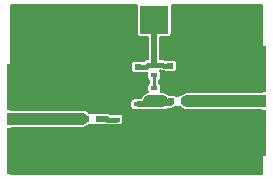
<source format=gtl>
G04 #@! TF.FileFunction,Copper,L1,Top,Signal*
%FSLAX46Y46*%
G04 Gerber Fmt 4.6, Leading zero omitted, Abs format (unit mm)*
G04 Created by KiCad (PCBNEW 4.0.3-stable) date Sun Sep 11 01:35:28 2016*
%MOMM*%
%LPD*%
G01*
G04 APERTURE LIST*
%ADD10C,0.100000*%
%ADD11C,0.381000*%
%ADD12R,0.600000X0.500000*%
%ADD13R,0.600000X0.400000*%
%ADD14C,2.400000*%
%ADD15R,2.400000X2.400000*%
%ADD16R,6.000000X1.000000*%
%ADD17R,6.000000X4.000000*%
%ADD18R,0.749300X0.398780*%
%ADD19C,0.400000*%
%ADD20C,0.500000*%
%ADD21C,0.250000*%
%ADD22C,1.000000*%
%ADD23C,0.150000*%
G04 APERTURE END LIST*
D10*
D11*
X143500000Y-103250000D03*
X145000000Y-102500000D03*
X146500000Y-101500000D03*
X145500000Y-102000000D03*
X145000000Y-104000000D03*
X145000000Y-103500000D03*
X143500000Y-102500000D03*
X144000000Y-102000000D03*
X144500000Y-102000000D03*
X146500000Y-104500000D03*
X146000000Y-104500000D03*
X145500000Y-104500000D03*
X145500000Y-103500000D03*
X147000000Y-103500000D03*
X147500000Y-103500000D03*
X148500000Y-103500000D03*
X156500000Y-103500000D03*
X155500000Y-103500000D03*
X154500000Y-103500000D03*
X153500000Y-103500000D03*
X152500000Y-103500000D03*
X151500000Y-103500000D03*
X150500000Y-103500000D03*
X149500000Y-103500000D03*
X148500000Y-101500000D03*
X149500000Y-101500000D03*
X150500000Y-101500000D03*
X151500000Y-101500000D03*
X152500000Y-101500000D03*
X153500000Y-101500000D03*
X154500000Y-101500000D03*
X155500000Y-101500000D03*
X156500000Y-101500000D03*
X146000000Y-102000000D03*
X145000000Y-102000000D03*
X145000000Y-103050000D03*
X147000000Y-104000000D03*
X145000000Y-105000000D03*
X144000000Y-105000000D03*
X143000000Y-105000000D03*
X142000000Y-105000000D03*
X141000000Y-105000000D03*
X140000000Y-105000000D03*
X139000000Y-105000000D03*
X138000000Y-105000000D03*
X137000000Y-105000000D03*
X136000000Y-105000000D03*
X135250000Y-105000000D03*
X143000000Y-103050000D03*
X142000000Y-103050000D03*
X141000000Y-103050000D03*
X140000000Y-103050000D03*
X139000000Y-103050000D03*
X138000000Y-103050000D03*
X137000000Y-103050000D03*
X136000000Y-103050000D03*
D12*
X142850000Y-104000000D03*
X141750000Y-104000000D03*
X148850000Y-99500000D03*
X149950000Y-99500000D03*
X146100000Y-99600000D03*
X145000000Y-99600000D03*
X150000000Y-102500000D03*
X148900000Y-102500000D03*
D13*
X147500000Y-101400000D03*
X147500000Y-102300000D03*
D14*
X144000000Y-95600000D03*
D15*
X147500000Y-95600000D03*
D13*
X147500000Y-99400000D03*
X147500000Y-100300000D03*
D16*
X138000000Y-104000000D03*
D17*
X138000000Y-106700000D03*
X138000000Y-101300000D03*
D18*
X144250000Y-102750000D03*
X144250000Y-103400240D03*
X144250000Y-104050480D03*
X146149920Y-104050480D03*
X146149920Y-103400240D03*
X146149920Y-102750000D03*
D16*
X154000000Y-102500000D03*
D17*
X154000000Y-99800000D03*
X154000000Y-105200000D03*
D11*
X135250000Y-103050000D03*
D19*
X144250000Y-104050480D02*
X143550480Y-104050480D01*
X143550480Y-104050480D02*
X143500000Y-104000000D01*
D20*
X142850000Y-104000000D02*
X143500000Y-104000000D01*
D21*
X141750000Y-104000000D02*
X141400000Y-104000000D01*
D22*
X138000000Y-104000000D02*
X141400000Y-104000000D01*
D19*
X148200000Y-99400000D02*
X148300000Y-99500000D01*
X148300000Y-99500000D02*
X148850000Y-99500000D01*
X147500000Y-99400000D02*
X148200000Y-99400000D01*
X146800000Y-99600000D02*
X147000000Y-99400000D01*
X147000000Y-99400000D02*
X147500000Y-99400000D01*
X146100000Y-99600000D02*
X146800000Y-99600000D01*
D20*
X147500000Y-95600000D02*
X147500000Y-99400000D01*
D21*
X150000000Y-102500000D02*
X150300000Y-102500000D01*
D22*
X154000000Y-102500000D02*
X150300000Y-102500000D01*
D21*
X148900000Y-102500000D02*
X148201698Y-102500000D01*
X148201698Y-102500000D02*
X148200849Y-102500849D01*
X147500000Y-102300000D02*
X147285420Y-102300000D01*
X147285420Y-102300000D02*
X147084571Y-102500849D01*
D20*
X146149920Y-102750000D02*
X147024570Y-102750000D01*
X147024570Y-102750000D02*
X147084571Y-102689999D01*
X147084571Y-102689999D02*
X147084571Y-102500849D01*
D22*
X148200849Y-102500849D02*
X147084571Y-102500849D01*
D21*
X148900000Y-102750000D02*
X148450000Y-102750000D01*
X147500000Y-101400000D02*
X147500000Y-100300000D01*
D23*
G36*
X146019613Y-94400000D02*
X146019613Y-96800000D01*
X146038788Y-96901909D01*
X146099016Y-96995506D01*
X146190914Y-97058296D01*
X146300000Y-97080387D01*
X146975000Y-97080387D01*
X146975000Y-98929972D01*
X146848384Y-98955158D01*
X146818225Y-98961157D01*
X146686735Y-99049016D01*
X146664124Y-99064124D01*
X146603248Y-99125000D01*
X146557817Y-99125000D01*
X146509086Y-99091704D01*
X146400000Y-99069613D01*
X145800000Y-99069613D01*
X145698091Y-99088788D01*
X145604494Y-99149016D01*
X145541704Y-99240914D01*
X145519613Y-99350000D01*
X145519613Y-99850000D01*
X145538788Y-99951909D01*
X145599016Y-100045506D01*
X145690914Y-100108296D01*
X145800000Y-100130387D01*
X146400000Y-100130387D01*
X146501909Y-100111212D01*
X146558184Y-100075000D01*
X146800000Y-100075000D01*
X146929909Y-100049160D01*
X146919613Y-100100000D01*
X146919613Y-100500000D01*
X146938788Y-100601909D01*
X146999016Y-100695506D01*
X147090914Y-100758296D01*
X147100000Y-100760136D01*
X147100000Y-100938429D01*
X147098091Y-100938788D01*
X147004494Y-100999016D01*
X146941704Y-101090914D01*
X146919613Y-101200000D01*
X146919613Y-101600000D01*
X146938788Y-101701909D01*
X146968987Y-101748840D01*
X146787991Y-101784842D01*
X146536563Y-101952841D01*
X146368564Y-102204269D01*
X146364440Y-102225000D01*
X146149920Y-102225000D01*
X145949011Y-102264963D01*
X145941139Y-102270223D01*
X145775270Y-102270223D01*
X145673361Y-102289398D01*
X145579764Y-102349626D01*
X145516974Y-102441524D01*
X145494883Y-102550610D01*
X145494883Y-102949390D01*
X145514058Y-103051299D01*
X145574286Y-103144896D01*
X145666184Y-103207686D01*
X145775270Y-103229777D01*
X145941139Y-103229777D01*
X145949011Y-103235037D01*
X146149920Y-103275000D01*
X147024570Y-103275000D01*
X147052436Y-103269457D01*
X147084571Y-103275849D01*
X148200849Y-103275849D01*
X148497429Y-103216856D01*
X148597486Y-103150000D01*
X148900000Y-103150000D01*
X149053073Y-103119552D01*
X149182843Y-103032843D01*
X149184484Y-103030387D01*
X149200000Y-103030387D01*
X149301909Y-103011212D01*
X149358184Y-102975000D01*
X149542183Y-102975000D01*
X149590914Y-103008296D01*
X149700000Y-103030387D01*
X149740218Y-103030387D01*
X149751992Y-103048008D01*
X150003420Y-103216007D01*
X150300000Y-103275000D01*
X150973399Y-103275000D01*
X151000000Y-103280387D01*
X156650000Y-103280387D01*
X156650000Y-108650000D01*
X135350000Y-108650000D01*
X135350000Y-104780387D01*
X141000000Y-104780387D01*
X141028630Y-104775000D01*
X141400000Y-104775000D01*
X141696580Y-104716007D01*
X141948008Y-104548008D01*
X141959782Y-104530387D01*
X142050000Y-104530387D01*
X142151909Y-104511212D01*
X142208184Y-104475000D01*
X142392183Y-104475000D01*
X142440914Y-104508296D01*
X142550000Y-104530387D01*
X143150000Y-104530387D01*
X143178630Y-104525000D01*
X143500000Y-104525000D01*
X143524031Y-104520220D01*
X143550480Y-104525481D01*
X143550485Y-104525480D01*
X143851761Y-104525480D01*
X143875350Y-104530257D01*
X144624650Y-104530257D01*
X144726559Y-104511082D01*
X144820156Y-104450854D01*
X144882946Y-104358956D01*
X144905037Y-104249870D01*
X144905037Y-103851090D01*
X144885862Y-103749181D01*
X144825634Y-103655584D01*
X144733736Y-103592794D01*
X144624650Y-103570703D01*
X143875350Y-103570703D01*
X143849962Y-103575480D01*
X143791479Y-103575480D01*
X143700909Y-103514963D01*
X143500000Y-103475000D01*
X143176601Y-103475000D01*
X143150000Y-103469613D01*
X142550000Y-103469613D01*
X142448091Y-103488788D01*
X142391816Y-103525000D01*
X142207817Y-103525000D01*
X142159086Y-103491704D01*
X142050000Y-103469613D01*
X141959782Y-103469613D01*
X141948008Y-103451992D01*
X141696580Y-103283993D01*
X141400000Y-103225000D01*
X141026601Y-103225000D01*
X141000000Y-103219613D01*
X135350000Y-103219613D01*
X135350000Y-94350000D01*
X146029738Y-94350000D01*
X146019613Y-94400000D01*
X146019613Y-94400000D01*
G37*
X146019613Y-94400000D02*
X146019613Y-96800000D01*
X146038788Y-96901909D01*
X146099016Y-96995506D01*
X146190914Y-97058296D01*
X146300000Y-97080387D01*
X146975000Y-97080387D01*
X146975000Y-98929972D01*
X146848384Y-98955158D01*
X146818225Y-98961157D01*
X146686735Y-99049016D01*
X146664124Y-99064124D01*
X146603248Y-99125000D01*
X146557817Y-99125000D01*
X146509086Y-99091704D01*
X146400000Y-99069613D01*
X145800000Y-99069613D01*
X145698091Y-99088788D01*
X145604494Y-99149016D01*
X145541704Y-99240914D01*
X145519613Y-99350000D01*
X145519613Y-99850000D01*
X145538788Y-99951909D01*
X145599016Y-100045506D01*
X145690914Y-100108296D01*
X145800000Y-100130387D01*
X146400000Y-100130387D01*
X146501909Y-100111212D01*
X146558184Y-100075000D01*
X146800000Y-100075000D01*
X146929909Y-100049160D01*
X146919613Y-100100000D01*
X146919613Y-100500000D01*
X146938788Y-100601909D01*
X146999016Y-100695506D01*
X147090914Y-100758296D01*
X147100000Y-100760136D01*
X147100000Y-100938429D01*
X147098091Y-100938788D01*
X147004494Y-100999016D01*
X146941704Y-101090914D01*
X146919613Y-101200000D01*
X146919613Y-101600000D01*
X146938788Y-101701909D01*
X146968987Y-101748840D01*
X146787991Y-101784842D01*
X146536563Y-101952841D01*
X146368564Y-102204269D01*
X146364440Y-102225000D01*
X146149920Y-102225000D01*
X145949011Y-102264963D01*
X145941139Y-102270223D01*
X145775270Y-102270223D01*
X145673361Y-102289398D01*
X145579764Y-102349626D01*
X145516974Y-102441524D01*
X145494883Y-102550610D01*
X145494883Y-102949390D01*
X145514058Y-103051299D01*
X145574286Y-103144896D01*
X145666184Y-103207686D01*
X145775270Y-103229777D01*
X145941139Y-103229777D01*
X145949011Y-103235037D01*
X146149920Y-103275000D01*
X147024570Y-103275000D01*
X147052436Y-103269457D01*
X147084571Y-103275849D01*
X148200849Y-103275849D01*
X148497429Y-103216856D01*
X148597486Y-103150000D01*
X148900000Y-103150000D01*
X149053073Y-103119552D01*
X149182843Y-103032843D01*
X149184484Y-103030387D01*
X149200000Y-103030387D01*
X149301909Y-103011212D01*
X149358184Y-102975000D01*
X149542183Y-102975000D01*
X149590914Y-103008296D01*
X149700000Y-103030387D01*
X149740218Y-103030387D01*
X149751992Y-103048008D01*
X150003420Y-103216007D01*
X150300000Y-103275000D01*
X150973399Y-103275000D01*
X151000000Y-103280387D01*
X156650000Y-103280387D01*
X156650000Y-108650000D01*
X135350000Y-108650000D01*
X135350000Y-104780387D01*
X141000000Y-104780387D01*
X141028630Y-104775000D01*
X141400000Y-104775000D01*
X141696580Y-104716007D01*
X141948008Y-104548008D01*
X141959782Y-104530387D01*
X142050000Y-104530387D01*
X142151909Y-104511212D01*
X142208184Y-104475000D01*
X142392183Y-104475000D01*
X142440914Y-104508296D01*
X142550000Y-104530387D01*
X143150000Y-104530387D01*
X143178630Y-104525000D01*
X143500000Y-104525000D01*
X143524031Y-104520220D01*
X143550480Y-104525481D01*
X143550485Y-104525480D01*
X143851761Y-104525480D01*
X143875350Y-104530257D01*
X144624650Y-104530257D01*
X144726559Y-104511082D01*
X144820156Y-104450854D01*
X144882946Y-104358956D01*
X144905037Y-104249870D01*
X144905037Y-103851090D01*
X144885862Y-103749181D01*
X144825634Y-103655584D01*
X144733736Y-103592794D01*
X144624650Y-103570703D01*
X143875350Y-103570703D01*
X143849962Y-103575480D01*
X143791479Y-103575480D01*
X143700909Y-103514963D01*
X143500000Y-103475000D01*
X143176601Y-103475000D01*
X143150000Y-103469613D01*
X142550000Y-103469613D01*
X142448091Y-103488788D01*
X142391816Y-103525000D01*
X142207817Y-103525000D01*
X142159086Y-103491704D01*
X142050000Y-103469613D01*
X141959782Y-103469613D01*
X141948008Y-103451992D01*
X141696580Y-103283993D01*
X141400000Y-103225000D01*
X141026601Y-103225000D01*
X141000000Y-103219613D01*
X135350000Y-103219613D01*
X135350000Y-94350000D01*
X146029738Y-94350000D01*
X146019613Y-94400000D01*
G36*
X156650000Y-101719613D02*
X151000000Y-101719613D01*
X150971370Y-101725000D01*
X150300000Y-101725000D01*
X150003420Y-101783993D01*
X149751992Y-101951992D01*
X149740218Y-101969613D01*
X149700000Y-101969613D01*
X149598091Y-101988788D01*
X149541816Y-102025000D01*
X149357817Y-102025000D01*
X149309086Y-101991704D01*
X149200000Y-101969613D01*
X148760064Y-101969613D01*
X148748857Y-101952841D01*
X148497429Y-101784842D01*
X148200849Y-101725849D01*
X148046843Y-101725849D01*
X148058296Y-101709086D01*
X148080387Y-101600000D01*
X148080387Y-101200000D01*
X148061212Y-101098091D01*
X148000984Y-101004494D01*
X147909086Y-100941704D01*
X147900000Y-100939864D01*
X147900000Y-100761571D01*
X147901909Y-100761212D01*
X147995506Y-100700984D01*
X148058296Y-100609086D01*
X148080387Y-100500000D01*
X148080387Y-100100000D01*
X148061212Y-99998091D01*
X148000984Y-99904494D01*
X147957817Y-99875000D01*
X148022677Y-99875000D01*
X148118225Y-99938843D01*
X148300000Y-99975000D01*
X148392183Y-99975000D01*
X148440914Y-100008296D01*
X148550000Y-100030387D01*
X149150000Y-100030387D01*
X149251909Y-100011212D01*
X149345506Y-99950984D01*
X149408296Y-99859086D01*
X149430387Y-99750000D01*
X149430387Y-99250000D01*
X149411212Y-99148091D01*
X149350984Y-99054494D01*
X149259086Y-98991704D01*
X149150000Y-98969613D01*
X148550000Y-98969613D01*
X148448091Y-98988788D01*
X148435374Y-98996971D01*
X148381775Y-98961157D01*
X148200000Y-98925000D01*
X148025000Y-98925000D01*
X148025000Y-97080387D01*
X148700000Y-97080387D01*
X148801909Y-97061212D01*
X148895506Y-97000984D01*
X148958296Y-96909086D01*
X148980387Y-96800000D01*
X148980387Y-94400000D01*
X148970979Y-94350000D01*
X156650000Y-94350000D01*
X156650000Y-101719613D01*
X156650000Y-101719613D01*
G37*
X156650000Y-101719613D02*
X151000000Y-101719613D01*
X150971370Y-101725000D01*
X150300000Y-101725000D01*
X150003420Y-101783993D01*
X149751992Y-101951992D01*
X149740218Y-101969613D01*
X149700000Y-101969613D01*
X149598091Y-101988788D01*
X149541816Y-102025000D01*
X149357817Y-102025000D01*
X149309086Y-101991704D01*
X149200000Y-101969613D01*
X148760064Y-101969613D01*
X148748857Y-101952841D01*
X148497429Y-101784842D01*
X148200849Y-101725849D01*
X148046843Y-101725849D01*
X148058296Y-101709086D01*
X148080387Y-101600000D01*
X148080387Y-101200000D01*
X148061212Y-101098091D01*
X148000984Y-101004494D01*
X147909086Y-100941704D01*
X147900000Y-100939864D01*
X147900000Y-100761571D01*
X147901909Y-100761212D01*
X147995506Y-100700984D01*
X148058296Y-100609086D01*
X148080387Y-100500000D01*
X148080387Y-100100000D01*
X148061212Y-99998091D01*
X148000984Y-99904494D01*
X147957817Y-99875000D01*
X148022677Y-99875000D01*
X148118225Y-99938843D01*
X148300000Y-99975000D01*
X148392183Y-99975000D01*
X148440914Y-100008296D01*
X148550000Y-100030387D01*
X149150000Y-100030387D01*
X149251909Y-100011212D01*
X149345506Y-99950984D01*
X149408296Y-99859086D01*
X149430387Y-99750000D01*
X149430387Y-99250000D01*
X149411212Y-99148091D01*
X149350984Y-99054494D01*
X149259086Y-98991704D01*
X149150000Y-98969613D01*
X148550000Y-98969613D01*
X148448091Y-98988788D01*
X148435374Y-98996971D01*
X148381775Y-98961157D01*
X148200000Y-98925000D01*
X148025000Y-98925000D01*
X148025000Y-97080387D01*
X148700000Y-97080387D01*
X148801909Y-97061212D01*
X148895506Y-97000984D01*
X148958296Y-96909086D01*
X148980387Y-96800000D01*
X148980387Y-94400000D01*
X148970979Y-94350000D01*
X156650000Y-94350000D01*
X156650000Y-101719613D01*
M02*

</source>
